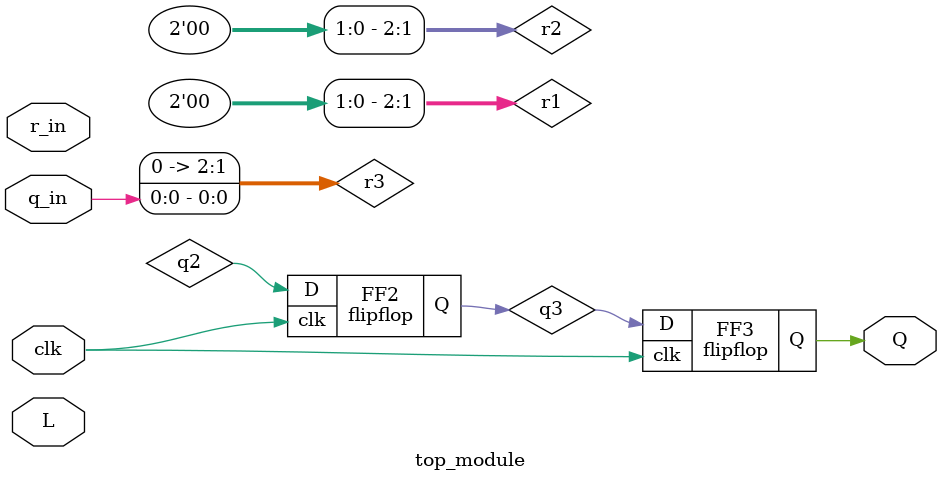
<source format=sv>
module flipflop(
	input clk,
	input D,
	output reg Q);
	
	always @(posedge clk) begin
		Q <= D;
	end
	
endmodule
module mux_2to1(
	input sel,
	input D0,
	input D1,
	output reg Y);
	
	always @(sel) begin
		if(sel) begin
			Y <= D1;
		end else begin
			Y <= D0;
		end
	end
	
endmodule
module top_module(
	input clk,
	input L,
	input r_in,
	input q_in,
	output reg Q);

	wire q1, q2, q3;
	wire [2:0] r1, r2, r3;

	flipflop FF1(clk, q_in, q1);
	flipflop FF2(clk, q2, q3);
	flipflop FF3(clk, q3, Q);
	
	mux_2to1 MUX1(L, r_in, FF1.Q, r1);
	mux_2to1 MUX2(L, r1, FF2.Q, r2);
	mux_2to1 MUX3(L, r2, FF3.Q, r3);

	assign q_in = r3;
	
endmodule

</source>
